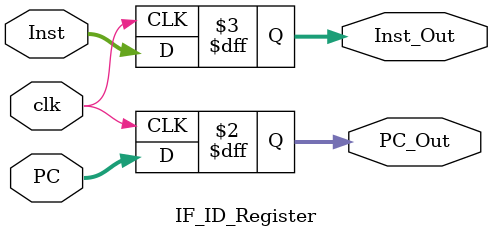
<source format=v>
`timescale 1ns / 1ps


module IF_ID_Register(
    input clk,
    input [63:0] PC,
    input [31:0] Inst,
    output reg [63:0] PC_Out,
    output reg [31:0] Inst_Out
);
    
always @(posedge clk) begin
    PC_Out = PC;
    Inst_Out = Inst;
end

endmodule

</source>
